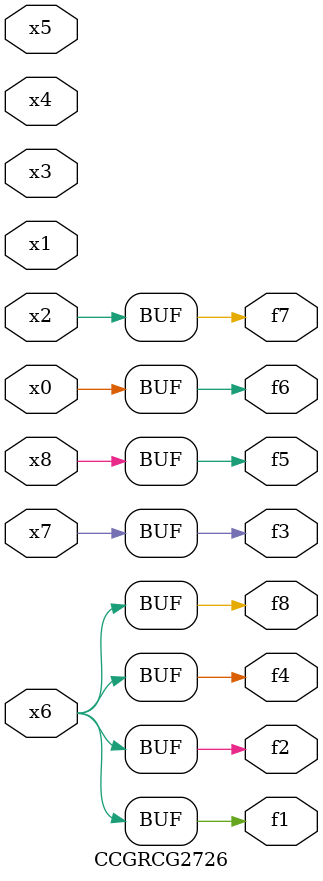
<source format=v>
module CCGRCG2726(
	input x0, x1, x2, x3, x4, x5, x6, x7, x8,
	output f1, f2, f3, f4, f5, f6, f7, f8
);
	assign f1 = x6;
	assign f2 = x6;
	assign f3 = x7;
	assign f4 = x6;
	assign f5 = x8;
	assign f6 = x0;
	assign f7 = x2;
	assign f8 = x6;
endmodule

</source>
